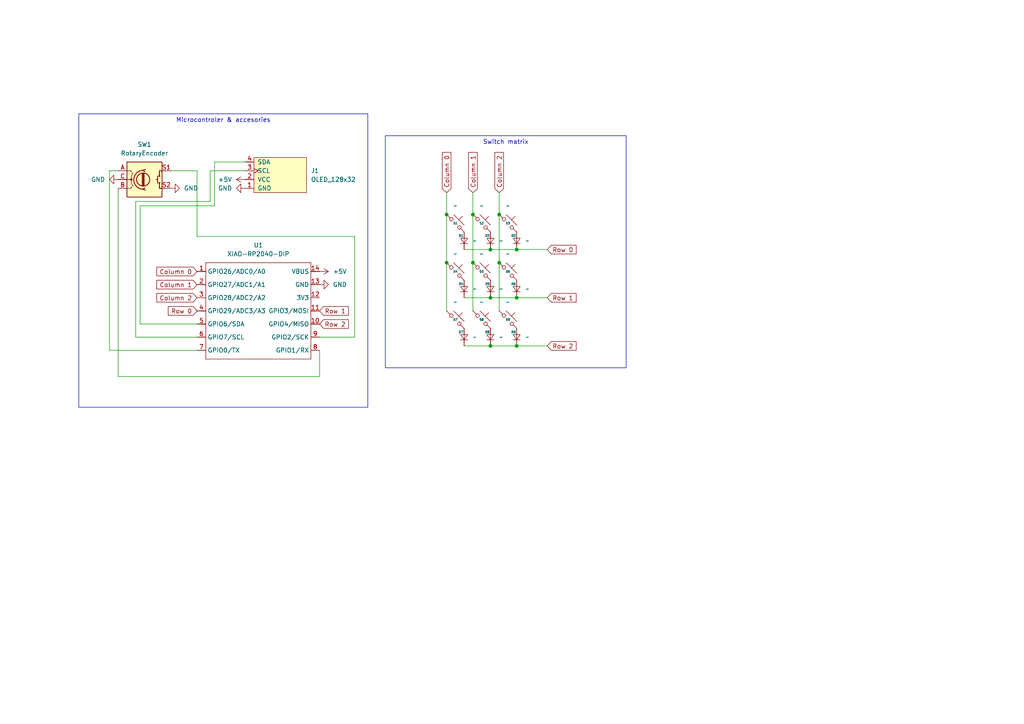
<source format=kicad_sch>
(kicad_sch
	(version 20250114)
	(generator "eeschema")
	(generator_version "9.0")
	(uuid "ecc8202c-5133-49f7-8560-d4f10ec807a2")
	(paper "A4")
	(lib_symbols
		(symbol "Device:RotaryEncoder_Switch"
			(pin_names
				(offset 0.254)
				(hide yes)
			)
			(exclude_from_sim no)
			(in_bom yes)
			(on_board yes)
			(property "Reference" "SW"
				(at 0 6.604 0)
				(effects
					(font
						(size 1.27 1.27)
					)
				)
			)
			(property "Value" "RotaryEncoder_Switch"
				(at 0 -6.604 0)
				(effects
					(font
						(size 1.27 1.27)
					)
				)
			)
			(property "Footprint" ""
				(at -3.81 4.064 0)
				(effects
					(font
						(size 1.27 1.27)
					)
					(hide yes)
				)
			)
			(property "Datasheet" "~"
				(at 0 6.604 0)
				(effects
					(font
						(size 1.27 1.27)
					)
					(hide yes)
				)
			)
			(property "Description" "Rotary encoder, dual channel, incremental quadrate outputs, with switch"
				(at 0 0 0)
				(effects
					(font
						(size 1.27 1.27)
					)
					(hide yes)
				)
			)
			(property "ki_keywords" "rotary switch encoder switch push button"
				(at 0 0 0)
				(effects
					(font
						(size 1.27 1.27)
					)
					(hide yes)
				)
			)
			(property "ki_fp_filters" "RotaryEncoder*Switch*"
				(at 0 0 0)
				(effects
					(font
						(size 1.27 1.27)
					)
					(hide yes)
				)
			)
			(symbol "RotaryEncoder_Switch_0_1"
				(rectangle
					(start -5.08 5.08)
					(end 5.08 -5.08)
					(stroke
						(width 0.254)
						(type default)
					)
					(fill
						(type background)
					)
				)
				(polyline
					(pts
						(xy -5.08 2.54) (xy -3.81 2.54) (xy -3.81 2.032)
					)
					(stroke
						(width 0)
						(type default)
					)
					(fill
						(type none)
					)
				)
				(polyline
					(pts
						(xy -5.08 0) (xy -3.81 0) (xy -3.81 -1.016) (xy -3.302 -2.032)
					)
					(stroke
						(width 0)
						(type default)
					)
					(fill
						(type none)
					)
				)
				(polyline
					(pts
						(xy -5.08 -2.54) (xy -3.81 -2.54) (xy -3.81 -2.032)
					)
					(stroke
						(width 0)
						(type default)
					)
					(fill
						(type none)
					)
				)
				(polyline
					(pts
						(xy -4.318 0) (xy -3.81 0) (xy -3.81 1.016) (xy -3.302 2.032)
					)
					(stroke
						(width 0)
						(type default)
					)
					(fill
						(type none)
					)
				)
				(circle
					(center -3.81 0)
					(radius 0.254)
					(stroke
						(width 0)
						(type default)
					)
					(fill
						(type outline)
					)
				)
				(polyline
					(pts
						(xy -0.635 -1.778) (xy -0.635 1.778)
					)
					(stroke
						(width 0.254)
						(type default)
					)
					(fill
						(type none)
					)
				)
				(circle
					(center -0.381 0)
					(radius 1.905)
					(stroke
						(width 0.254)
						(type default)
					)
					(fill
						(type none)
					)
				)
				(polyline
					(pts
						(xy -0.381 -1.778) (xy -0.381 1.778)
					)
					(stroke
						(width 0.254)
						(type default)
					)
					(fill
						(type none)
					)
				)
				(arc
					(start -0.381 -2.794)
					(mid -3.0988 -0.0635)
					(end -0.381 2.667)
					(stroke
						(width 0.254)
						(type default)
					)
					(fill
						(type none)
					)
				)
				(polyline
					(pts
						(xy -0.127 1.778) (xy -0.127 -1.778)
					)
					(stroke
						(width 0.254)
						(type default)
					)
					(fill
						(type none)
					)
				)
				(polyline
					(pts
						(xy 0.254 2.921) (xy -0.508 2.667) (xy 0.127 2.286)
					)
					(stroke
						(width 0.254)
						(type default)
					)
					(fill
						(type none)
					)
				)
				(polyline
					(pts
						(xy 0.254 -3.048) (xy -0.508 -2.794) (xy 0.127 -2.413)
					)
					(stroke
						(width 0.254)
						(type default)
					)
					(fill
						(type none)
					)
				)
				(polyline
					(pts
						(xy 3.81 1.016) (xy 3.81 -1.016)
					)
					(stroke
						(width 0.254)
						(type default)
					)
					(fill
						(type none)
					)
				)
				(polyline
					(pts
						(xy 3.81 0) (xy 3.429 0)
					)
					(stroke
						(width 0.254)
						(type default)
					)
					(fill
						(type none)
					)
				)
				(circle
					(center 4.318 1.016)
					(radius 0.127)
					(stroke
						(width 0.254)
						(type default)
					)
					(fill
						(type none)
					)
				)
				(circle
					(center 4.318 -1.016)
					(radius 0.127)
					(stroke
						(width 0.254)
						(type default)
					)
					(fill
						(type none)
					)
				)
				(polyline
					(pts
						(xy 5.08 2.54) (xy 4.318 2.54) (xy 4.318 1.016)
					)
					(stroke
						(width 0.254)
						(type default)
					)
					(fill
						(type none)
					)
				)
				(polyline
					(pts
						(xy 5.08 -2.54) (xy 4.318 -2.54) (xy 4.318 -1.016)
					)
					(stroke
						(width 0.254)
						(type default)
					)
					(fill
						(type none)
					)
				)
			)
			(symbol "RotaryEncoder_Switch_1_1"
				(pin passive line
					(at -7.62 2.54 0)
					(length 2.54)
					(name "A"
						(effects
							(font
								(size 1.27 1.27)
							)
						)
					)
					(number "A"
						(effects
							(font
								(size 1.27 1.27)
							)
						)
					)
				)
				(pin passive line
					(at -7.62 0 0)
					(length 2.54)
					(name "C"
						(effects
							(font
								(size 1.27 1.27)
							)
						)
					)
					(number "C"
						(effects
							(font
								(size 1.27 1.27)
							)
						)
					)
				)
				(pin passive line
					(at -7.62 -2.54 0)
					(length 2.54)
					(name "B"
						(effects
							(font
								(size 1.27 1.27)
							)
						)
					)
					(number "B"
						(effects
							(font
								(size 1.27 1.27)
							)
						)
					)
				)
				(pin passive line
					(at 7.62 2.54 180)
					(length 2.54)
					(name "S1"
						(effects
							(font
								(size 1.27 1.27)
							)
						)
					)
					(number "S1"
						(effects
							(font
								(size 1.27 1.27)
							)
						)
					)
				)
				(pin passive line
					(at 7.62 -2.54 180)
					(length 2.54)
					(name "S2"
						(effects
							(font
								(size 1.27 1.27)
							)
						)
					)
					(number "S2"
						(effects
							(font
								(size 1.27 1.27)
							)
						)
					)
				)
			)
			(embedded_fonts no)
		)
		(symbol "OPL Library:XIAO-RP2040-DIP"
			(exclude_from_sim no)
			(in_bom yes)
			(on_board yes)
			(property "Reference" "U"
				(at 0 0 0)
				(effects
					(font
						(size 1.27 1.27)
					)
				)
			)
			(property "Value" "XIAO-RP2040-DIP"
				(at 5.334 -1.778 0)
				(effects
					(font
						(size 1.27 1.27)
					)
				)
			)
			(property "Footprint" "Module:MOUDLE14P-XIAO-DIP-SMD"
				(at 14.478 -32.258 0)
				(effects
					(font
						(size 1.27 1.27)
					)
					(hide yes)
				)
			)
			(property "Datasheet" ""
				(at 0 0 0)
				(effects
					(font
						(size 1.27 1.27)
					)
					(hide yes)
				)
			)
			(property "Description" ""
				(at 0 0 0)
				(effects
					(font
						(size 1.27 1.27)
					)
					(hide yes)
				)
			)
			(symbol "XIAO-RP2040-DIP_1_0"
				(polyline
					(pts
						(xy -1.27 -2.54) (xy 29.21 -2.54)
					)
					(stroke
						(width 0.1524)
						(type solid)
					)
					(fill
						(type none)
					)
				)
				(polyline
					(pts
						(xy -1.27 -5.08) (xy -2.54 -5.08)
					)
					(stroke
						(width 0.1524)
						(type solid)
					)
					(fill
						(type none)
					)
				)
				(polyline
					(pts
						(xy -1.27 -5.08) (xy -1.27 -2.54)
					)
					(stroke
						(width 0.1524)
						(type solid)
					)
					(fill
						(type none)
					)
				)
				(polyline
					(pts
						(xy -1.27 -8.89) (xy -2.54 -8.89)
					)
					(stroke
						(width 0.1524)
						(type solid)
					)
					(fill
						(type none)
					)
				)
				(polyline
					(pts
						(xy -1.27 -8.89) (xy -1.27 -5.08)
					)
					(stroke
						(width 0.1524)
						(type solid)
					)
					(fill
						(type none)
					)
				)
				(polyline
					(pts
						(xy -1.27 -12.7) (xy -2.54 -12.7)
					)
					(stroke
						(width 0.1524)
						(type solid)
					)
					(fill
						(type none)
					)
				)
				(polyline
					(pts
						(xy -1.27 -12.7) (xy -1.27 -8.89)
					)
					(stroke
						(width 0.1524)
						(type solid)
					)
					(fill
						(type none)
					)
				)
				(polyline
					(pts
						(xy -1.27 -16.51) (xy -2.54 -16.51)
					)
					(stroke
						(width 0.1524)
						(type solid)
					)
					(fill
						(type none)
					)
				)
				(polyline
					(pts
						(xy -1.27 -16.51) (xy -1.27 -12.7)
					)
					(stroke
						(width 0.1524)
						(type solid)
					)
					(fill
						(type none)
					)
				)
				(polyline
					(pts
						(xy -1.27 -20.32) (xy -2.54 -20.32)
					)
					(stroke
						(width 0.1524)
						(type solid)
					)
					(fill
						(type none)
					)
				)
				(polyline
					(pts
						(xy -1.27 -24.13) (xy -2.54 -24.13)
					)
					(stroke
						(width 0.1524)
						(type solid)
					)
					(fill
						(type none)
					)
				)
				(polyline
					(pts
						(xy -1.27 -27.94) (xy -2.54 -27.94)
					)
					(stroke
						(width 0.1524)
						(type solid)
					)
					(fill
						(type none)
					)
				)
				(polyline
					(pts
						(xy -1.27 -30.48) (xy -1.27 -16.51)
					)
					(stroke
						(width 0.1524)
						(type solid)
					)
					(fill
						(type none)
					)
				)
				(polyline
					(pts
						(xy 29.21 -2.54) (xy 29.21 -5.08)
					)
					(stroke
						(width 0.1524)
						(type solid)
					)
					(fill
						(type none)
					)
				)
				(polyline
					(pts
						(xy 29.21 -5.08) (xy 29.21 -8.89)
					)
					(stroke
						(width 0.1524)
						(type solid)
					)
					(fill
						(type none)
					)
				)
				(polyline
					(pts
						(xy 29.21 -8.89) (xy 29.21 -12.7)
					)
					(stroke
						(width 0.1524)
						(type solid)
					)
					(fill
						(type none)
					)
				)
				(polyline
					(pts
						(xy 29.21 -12.7) (xy 29.21 -30.48)
					)
					(stroke
						(width 0.1524)
						(type solid)
					)
					(fill
						(type none)
					)
				)
				(polyline
					(pts
						(xy 29.21 -30.48) (xy -1.27 -30.48)
					)
					(stroke
						(width 0.1524)
						(type solid)
					)
					(fill
						(type none)
					)
				)
				(polyline
					(pts
						(xy 30.48 -5.08) (xy 29.21 -5.08)
					)
					(stroke
						(width 0.1524)
						(type solid)
					)
					(fill
						(type none)
					)
				)
				(polyline
					(pts
						(xy 30.48 -8.89) (xy 29.21 -8.89)
					)
					(stroke
						(width 0.1524)
						(type solid)
					)
					(fill
						(type none)
					)
				)
				(polyline
					(pts
						(xy 30.48 -12.7) (xy 29.21 -12.7)
					)
					(stroke
						(width 0.1524)
						(type solid)
					)
					(fill
						(type none)
					)
				)
				(polyline
					(pts
						(xy 30.48 -16.51) (xy 29.21 -16.51)
					)
					(stroke
						(width 0.1524)
						(type solid)
					)
					(fill
						(type none)
					)
				)
				(polyline
					(pts
						(xy 30.48 -20.32) (xy 29.21 -20.32)
					)
					(stroke
						(width 0.1524)
						(type solid)
					)
					(fill
						(type none)
					)
				)
				(polyline
					(pts
						(xy 30.48 -24.13) (xy 29.21 -24.13)
					)
					(stroke
						(width 0.1524)
						(type solid)
					)
					(fill
						(type none)
					)
				)
				(polyline
					(pts
						(xy 30.48 -27.94) (xy 29.21 -27.94)
					)
					(stroke
						(width 0.1524)
						(type solid)
					)
					(fill
						(type none)
					)
				)
				(pin passive line
					(at -3.81 -5.08 0)
					(length 2.54)
					(name "GPIO26/ADC0/A0"
						(effects
							(font
								(size 1.27 1.27)
							)
						)
					)
					(number "1"
						(effects
							(font
								(size 1.27 1.27)
							)
						)
					)
				)
				(pin passive line
					(at -3.81 -8.89 0)
					(length 2.54)
					(name "GPIO27/ADC1/A1"
						(effects
							(font
								(size 1.27 1.27)
							)
						)
					)
					(number "2"
						(effects
							(font
								(size 1.27 1.27)
							)
						)
					)
				)
				(pin passive line
					(at -3.81 -12.7 0)
					(length 2.54)
					(name "GPIO28/ADC2/A2"
						(effects
							(font
								(size 1.27 1.27)
							)
						)
					)
					(number "3"
						(effects
							(font
								(size 1.27 1.27)
							)
						)
					)
				)
				(pin passive line
					(at -3.81 -16.51 0)
					(length 2.54)
					(name "GPIO29/ADC3/A3"
						(effects
							(font
								(size 1.27 1.27)
							)
						)
					)
					(number "4"
						(effects
							(font
								(size 1.27 1.27)
							)
						)
					)
				)
				(pin passive line
					(at -3.81 -20.32 0)
					(length 2.54)
					(name "GPIO6/SDA"
						(effects
							(font
								(size 1.27 1.27)
							)
						)
					)
					(number "5"
						(effects
							(font
								(size 1.27 1.27)
							)
						)
					)
				)
				(pin passive line
					(at -3.81 -24.13 0)
					(length 2.54)
					(name "GPIO7/SCL"
						(effects
							(font
								(size 1.27 1.27)
							)
						)
					)
					(number "6"
						(effects
							(font
								(size 1.27 1.27)
							)
						)
					)
				)
				(pin passive line
					(at -3.81 -27.94 0)
					(length 2.54)
					(name "GPIO0/TX"
						(effects
							(font
								(size 1.27 1.27)
							)
						)
					)
					(number "7"
						(effects
							(font
								(size 1.27 1.27)
							)
						)
					)
				)
				(pin passive line
					(at 31.75 -5.08 180)
					(length 2.54)
					(name "VBUS"
						(effects
							(font
								(size 1.27 1.27)
							)
						)
					)
					(number "14"
						(effects
							(font
								(size 1.27 1.27)
							)
						)
					)
				)
				(pin passive line
					(at 31.75 -8.89 180)
					(length 2.54)
					(name "GND"
						(effects
							(font
								(size 1.27 1.27)
							)
						)
					)
					(number "13"
						(effects
							(font
								(size 1.27 1.27)
							)
						)
					)
				)
				(pin passive line
					(at 31.75 -12.7 180)
					(length 2.54)
					(name "3V3"
						(effects
							(font
								(size 1.27 1.27)
							)
						)
					)
					(number "12"
						(effects
							(font
								(size 1.27 1.27)
							)
						)
					)
				)
				(pin passive line
					(at 31.75 -16.51 180)
					(length 2.54)
					(name "GPIO3/MOSI"
						(effects
							(font
								(size 1.27 1.27)
							)
						)
					)
					(number "11"
						(effects
							(font
								(size 1.27 1.27)
							)
						)
					)
				)
				(pin passive line
					(at 31.75 -20.32 180)
					(length 2.54)
					(name "GPIO4/MISO"
						(effects
							(font
								(size 1.27 1.27)
							)
						)
					)
					(number "10"
						(effects
							(font
								(size 1.27 1.27)
							)
						)
					)
				)
				(pin passive line
					(at 31.75 -24.13 180)
					(length 2.54)
					(name "GPIO2/SCK"
						(effects
							(font
								(size 1.27 1.27)
							)
						)
					)
					(number "9"
						(effects
							(font
								(size 1.27 1.27)
							)
						)
					)
				)
				(pin passive line
					(at 31.75 -27.94 180)
					(length 2.54)
					(name "GPIO1/RX"
						(effects
							(font
								(size 1.27 1.27)
							)
						)
					)
					(number "8"
						(effects
							(font
								(size 1.27 1.27)
							)
						)
					)
				)
			)
			(embedded_fonts no)
		)
		(symbol "ScottoKeebs:OLED_128x32"
			(pin_names
				(offset 1.016)
			)
			(exclude_from_sim no)
			(in_bom yes)
			(on_board yes)
			(property "Reference" "J"
				(at 0 -6.35 0)
				(effects
					(font
						(size 1.27 1.27)
					)
				)
			)
			(property "Value" "OLED_128x32"
				(at 0 6.35 0)
				(effects
					(font
						(size 1.27 1.27)
					)
				)
			)
			(property "Footprint" "ScottoKeebs_Components:OLED_128x32"
				(at 0 8.89 0)
				(effects
					(font
						(size 1.27 1.27)
					)
					(hide yes)
				)
			)
			(property "Datasheet" ""
				(at 0 1.27 0)
				(effects
					(font
						(size 1.27 1.27)
					)
					(hide yes)
				)
			)
			(property "Description" ""
				(at 0 0 0)
				(effects
					(font
						(size 1.27 1.27)
					)
					(hide yes)
				)
			)
			(symbol "OLED_128x32_0_1"
				(rectangle
					(start 0 5.08)
					(end 15.24 -5.08)
					(stroke
						(width 0)
						(type default)
					)
					(fill
						(type background)
					)
				)
			)
			(symbol "OLED_128x32_1_1"
				(pin bidirectional line
					(at -2.54 3.81 0)
					(length 2.54)
					(name "SDA"
						(effects
							(font
								(size 1.27 1.27)
							)
						)
					)
					(number "4"
						(effects
							(font
								(size 1.27 1.27)
							)
						)
					)
				)
				(pin input clock
					(at -2.54 1.27 0)
					(length 2.54)
					(name "SCL"
						(effects
							(font
								(size 1.27 1.27)
							)
						)
					)
					(number "3"
						(effects
							(font
								(size 1.27 1.27)
							)
						)
					)
				)
				(pin power_in line
					(at -2.54 -1.27 0)
					(length 2.54)
					(name "VCC"
						(effects
							(font
								(size 1.27 1.27)
							)
						)
					)
					(number "2"
						(effects
							(font
								(size 1.27 1.27)
							)
						)
					)
				)
				(pin power_in line
					(at -2.54 -3.81 0)
					(length 2.54)
					(name "GND"
						(effects
							(font
								(size 1.27 1.27)
							)
						)
					)
					(number "1"
						(effects
							(font
								(size 1.27 1.27)
							)
						)
					)
				)
			)
			(embedded_fonts no)
		)
		(symbol "ScottoKeebs:Placeholder_Diode"
			(pin_numbers
				(hide yes)
			)
			(pin_names
				(hide yes)
			)
			(exclude_from_sim no)
			(in_bom yes)
			(on_board yes)
			(property "Reference" "D"
				(at -0.15 1.066 0)
				(do_not_autoplace)
				(effects
					(font
						(size 0.635 0.635)
						(thickness 0.127)
						(bold yes)
					)
					(justify right bottom)
				)
			)
			(property "Value" ""
				(at 2.54 0 90)
				(effects
					(font
						(size 1.27 1.27)
					)
				)
			)
			(property "Footprint" ""
				(at 0 0 90)
				(effects
					(font
						(size 1.27 1.27)
					)
					(hide yes)
				)
			)
			(property "Datasheet" ""
				(at 0 0 90)
				(effects
					(font
						(size 1.27 1.27)
					)
					(hide yes)
				)
			)
			(property "Description" ""
				(at 3.81 0 90)
				(effects
					(font
						(size 1.27 1.27)
					)
					(hide yes)
				)
			)
			(property "ki_keywords" "diode"
				(at 0 0 0)
				(effects
					(font
						(size 1.27 1.27)
					)
					(hide yes)
				)
			)
			(property "ki_fp_filters" "D*DO?35*"
				(at 0 0 0)
				(effects
					(font
						(size 1.27 1.27)
					)
					(hide yes)
				)
			)
			(symbol "Placeholder_Diode_0_1"
				(polyline
					(pts
						(xy 0 -0.762) (xy 0 0.762)
					)
					(stroke
						(width 0)
						(type default)
					)
					(fill
						(type none)
					)
				)
			)
			(symbol "Placeholder_Diode_1_1"
				(polyline
					(pts
						(xy 1.016 0.762) (xy 0 -0.762) (xy -1.016 0.762) (xy 1.016 0.762)
					)
					(stroke
						(width 0.1524)
						(type default)
					)
					(fill
						(type none)
					)
				)
				(polyline
					(pts
						(xy 1.016 -0.762) (xy -1.016 -0.762)
					)
					(stroke
						(width 0.1524)
						(type default)
					)
					(fill
						(type none)
					)
				)
				(pin passive line
					(at 0 2.54 270)
					(length 1.778)
					(name "A"
						(effects
							(font
								(size 1.27 1.27)
							)
						)
					)
					(number "2"
						(effects
							(font
								(size 1.27 1.27)
							)
						)
					)
				)
				(pin passive line
					(at 0 -2.54 90)
					(length 1.778)
					(name "K"
						(effects
							(font
								(size 1.27 1.27)
							)
						)
					)
					(number "1"
						(effects
							(font
								(size 1.27 1.27)
							)
						)
					)
				)
			)
			(embedded_fonts no)
		)
		(symbol "ScottoKeebs:Placeholder_Keyswitch"
			(pin_numbers
				(hide yes)
			)
			(pin_names
				(offset 1.016)
				(hide yes)
			)
			(exclude_from_sim no)
			(in_bom yes)
			(on_board yes)
			(property "Reference" "S"
				(at 0 0 0)
				(do_not_autoplace)
				(effects
					(font
						(size 0.635 0.635)
						(thickness 0.127)
						(bold yes)
					)
				)
			)
			(property "Value" ""
				(at 0 -3.81 0)
				(effects
					(font
						(size 1.27 1.27)
					)
				)
			)
			(property "Footprint" ""
				(at 0 0 0)
				(effects
					(font
						(size 1.27 1.27)
					)
					(hide yes)
				)
			)
			(property "Datasheet" ""
				(at -2.54 -1.778 0)
				(effects
					(font
						(size 1.27 1.27)
					)
					(hide yes)
				)
			)
			(property "Description" ""
				(at 0 0 0)
				(effects
					(font
						(size 1.27 1.27)
					)
					(hide yes)
				)
			)
			(property "ki_keywords" "switch normally-open pushbutton push-button"
				(at 0 0 0)
				(effects
					(font
						(size 1.27 1.27)
					)
					(hide yes)
				)
			)
			(symbol "Placeholder_Keyswitch_0_1"
				(polyline
					(pts
						(xy -2.54 2.54) (xy -1.524 1.524) (xy -1.524 1.524)
					)
					(stroke
						(width 0)
						(type default)
					)
					(fill
						(type none)
					)
				)
				(circle
					(center -1.1684 1.1684)
					(radius 0.508)
					(stroke
						(width 0)
						(type default)
					)
					(fill
						(type none)
					)
				)
				(polyline
					(pts
						(xy -0.508 2.54) (xy 2.54 -0.508)
					)
					(stroke
						(width 0)
						(type default)
					)
					(fill
						(type none)
					)
				)
				(polyline
					(pts
						(xy 1.016 1.016) (xy 2.032 2.032)
					)
					(stroke
						(width 0)
						(type default)
					)
					(fill
						(type none)
					)
				)
				(circle
					(center 1.143 -1.1938)
					(radius 0.508)
					(stroke
						(width 0)
						(type default)
					)
					(fill
						(type none)
					)
				)
				(polyline
					(pts
						(xy 1.524 -1.524) (xy 2.54 -2.54) (xy 2.54 -2.54) (xy 2.54 -2.54)
					)
					(stroke
						(width 0)
						(type default)
					)
					(fill
						(type none)
					)
				)
				(pin passive line
					(at -2.54 2.54 0)
					(length 0)
					(name "1"
						(effects
							(font
								(size 1.27 1.27)
							)
						)
					)
					(number "1"
						(effects
							(font
								(size 1.27 1.27)
							)
						)
					)
				)
				(pin passive line
					(at 2.54 -2.54 180)
					(length 0)
					(name "2"
						(effects
							(font
								(size 1.27 1.27)
							)
						)
					)
					(number "2"
						(effects
							(font
								(size 1.27 1.27)
							)
						)
					)
				)
			)
			(embedded_fonts no)
		)
		(symbol "power:+5V"
			(power)
			(pin_numbers
				(hide yes)
			)
			(pin_names
				(offset 0)
				(hide yes)
			)
			(exclude_from_sim no)
			(in_bom yes)
			(on_board yes)
			(property "Reference" "#PWR"
				(at 0 -3.81 0)
				(effects
					(font
						(size 1.27 1.27)
					)
					(hide yes)
				)
			)
			(property "Value" "+5V"
				(at 0 3.556 0)
				(effects
					(font
						(size 1.27 1.27)
					)
				)
			)
			(property "Footprint" ""
				(at 0 0 0)
				(effects
					(font
						(size 1.27 1.27)
					)
					(hide yes)
				)
			)
			(property "Datasheet" ""
				(at 0 0 0)
				(effects
					(font
						(size 1.27 1.27)
					)
					(hide yes)
				)
			)
			(property "Description" "Power symbol creates a global label with name \"+5V\""
				(at 0 0 0)
				(effects
					(font
						(size 1.27 1.27)
					)
					(hide yes)
				)
			)
			(property "ki_keywords" "global power"
				(at 0 0 0)
				(effects
					(font
						(size 1.27 1.27)
					)
					(hide yes)
				)
			)
			(symbol "+5V_0_1"
				(polyline
					(pts
						(xy -0.762 1.27) (xy 0 2.54)
					)
					(stroke
						(width 0)
						(type default)
					)
					(fill
						(type none)
					)
				)
				(polyline
					(pts
						(xy 0 2.54) (xy 0.762 1.27)
					)
					(stroke
						(width 0)
						(type default)
					)
					(fill
						(type none)
					)
				)
				(polyline
					(pts
						(xy 0 0) (xy 0 2.54)
					)
					(stroke
						(width 0)
						(type default)
					)
					(fill
						(type none)
					)
				)
			)
			(symbol "+5V_1_1"
				(pin power_in line
					(at 0 0 90)
					(length 0)
					(name "~"
						(effects
							(font
								(size 1.27 1.27)
							)
						)
					)
					(number "1"
						(effects
							(font
								(size 1.27 1.27)
							)
						)
					)
				)
			)
			(embedded_fonts no)
		)
		(symbol "power:GND"
			(power)
			(pin_numbers
				(hide yes)
			)
			(pin_names
				(offset 0)
				(hide yes)
			)
			(exclude_from_sim no)
			(in_bom yes)
			(on_board yes)
			(property "Reference" "#PWR"
				(at 0 -6.35 0)
				(effects
					(font
						(size 1.27 1.27)
					)
					(hide yes)
				)
			)
			(property "Value" "GND"
				(at 0 -3.81 0)
				(effects
					(font
						(size 1.27 1.27)
					)
				)
			)
			(property "Footprint" ""
				(at 0 0 0)
				(effects
					(font
						(size 1.27 1.27)
					)
					(hide yes)
				)
			)
			(property "Datasheet" ""
				(at 0 0 0)
				(effects
					(font
						(size 1.27 1.27)
					)
					(hide yes)
				)
			)
			(property "Description" "Power symbol creates a global label with name \"GND\" , ground"
				(at 0 0 0)
				(effects
					(font
						(size 1.27 1.27)
					)
					(hide yes)
				)
			)
			(property "ki_keywords" "global power"
				(at 0 0 0)
				(effects
					(font
						(size 1.27 1.27)
					)
					(hide yes)
				)
			)
			(symbol "GND_0_1"
				(polyline
					(pts
						(xy 0 0) (xy 0 -1.27) (xy 1.27 -1.27) (xy 0 -2.54) (xy -1.27 -1.27) (xy 0 -1.27)
					)
					(stroke
						(width 0)
						(type default)
					)
					(fill
						(type none)
					)
				)
			)
			(symbol "GND_1_1"
				(pin power_in line
					(at 0 0 270)
					(length 0)
					(name "~"
						(effects
							(font
								(size 1.27 1.27)
							)
						)
					)
					(number "1"
						(effects
							(font
								(size 1.27 1.27)
							)
						)
					)
				)
			)
			(embedded_fonts no)
		)
	)
	(text_box "Switch matrix\n"
		(exclude_from_sim no)
		(at 111.76 39.37 0)
		(size 69.85 67.31)
		(margins 0.9525 0.9525 0.9525 0.9525)
		(stroke
			(width 0)
			(type solid)
		)
		(fill
			(type none)
		)
		(effects
			(font
				(size 1.27 1.27)
			)
			(justify top)
		)
		(uuid "90a1dae6-4539-40bd-84ff-928fdae2c7ab")
	)
	(text_box "Microcontroler & accesories"
		(exclude_from_sim no)
		(at 22.86 33.02 0)
		(size 83.82 85.09)
		(margins 0.9525 0.9525 0.9525 0.9525)
		(stroke
			(width 0)
			(type solid)
		)
		(fill
			(type none)
		)
		(effects
			(font
				(size 1.27 1.27)
			)
			(justify top)
		)
		(uuid "f0c0d487-35dc-4c77-8368-461874122cde")
	)
	(junction
		(at 142.24 72.39)
		(diameter 0)
		(color 0 0 0 0)
		(uuid "08a426de-7b43-48b1-be75-337554dc7e3f")
	)
	(junction
		(at 129.54 62.23)
		(diameter 0)
		(color 0 0 0 0)
		(uuid "0c59c4e6-f7e7-4897-b4e0-934f70652dce")
	)
	(junction
		(at 149.86 86.36)
		(diameter 0)
		(color 0 0 0 0)
		(uuid "310f4328-f0d4-4da2-9dec-e399b8f6944a")
	)
	(junction
		(at 142.24 86.36)
		(diameter 0)
		(color 0 0 0 0)
		(uuid "4884190c-8a8a-47a1-9ecf-2dbb860b6bb6")
	)
	(junction
		(at 142.24 100.33)
		(diameter 0)
		(color 0 0 0 0)
		(uuid "57c51c61-4b4c-4b6e-b9f6-23f2d24bacf9")
	)
	(junction
		(at 144.78 62.23)
		(diameter 0)
		(color 0 0 0 0)
		(uuid "65c531cf-6096-4463-8772-05ef410a7974")
	)
	(junction
		(at 149.86 100.33)
		(diameter 0)
		(color 0 0 0 0)
		(uuid "676346e8-3369-4097-ae8d-0e933e67dbc7")
	)
	(junction
		(at 144.78 76.2)
		(diameter 0)
		(color 0 0 0 0)
		(uuid "6d972a0f-1a70-4261-ae39-4492b043606a")
	)
	(junction
		(at 137.16 76.2)
		(diameter 0)
		(color 0 0 0 0)
		(uuid "a04c5d52-9195-4f16-9124-9f0934f7e149")
	)
	(junction
		(at 129.54 76.2)
		(diameter 0)
		(color 0 0 0 0)
		(uuid "a94891ce-9d29-4674-845c-3e7e3ba71f00")
	)
	(junction
		(at 137.16 62.23)
		(diameter 0)
		(color 0 0 0 0)
		(uuid "c2d5b927-1e7a-4441-9b30-b42f719a323e")
	)
	(junction
		(at 149.86 72.39)
		(diameter 0)
		(color 0 0 0 0)
		(uuid "c8897083-f66f-4794-9019-32d4acf2439b")
	)
	(wire
		(pts
			(xy 40.64 93.98) (xy 40.64 59.69)
		)
		(stroke
			(width 0)
			(type default)
		)
		(uuid "118d82d7-0c3f-4da0-b535-2e87c4c2754a")
	)
	(wire
		(pts
			(xy 92.71 109.22) (xy 92.71 101.6)
		)
		(stroke
			(width 0)
			(type default)
		)
		(uuid "17a4aa30-7d66-420b-b777-79bfe1e4928f")
	)
	(wire
		(pts
			(xy 39.37 58.42) (xy 60.96 58.42)
		)
		(stroke
			(width 0)
			(type default)
		)
		(uuid "28c8d502-2178-4299-b8ca-9e82cb830932")
	)
	(wire
		(pts
			(xy 57.15 93.98) (xy 40.64 93.98)
		)
		(stroke
			(width 0)
			(type default)
		)
		(uuid "2a1c1ccf-c176-4ad1-85b8-ab48d28d4bbb")
	)
	(wire
		(pts
			(xy 57.15 49.53) (xy 57.15 68.58)
		)
		(stroke
			(width 0)
			(type default)
		)
		(uuid "342637a9-d79b-40ae-aa1f-26e37142606b")
	)
	(wire
		(pts
			(xy 62.23 59.69) (xy 62.23 46.99)
		)
		(stroke
			(width 0)
			(type default)
		)
		(uuid "35eb404d-c827-4a7e-9b1a-7208902483eb")
	)
	(wire
		(pts
			(xy 60.96 49.53) (xy 71.12 49.53)
		)
		(stroke
			(width 0)
			(type default)
		)
		(uuid "3b86372b-8261-4a2a-82ec-93945695995e")
	)
	(wire
		(pts
			(xy 102.87 68.58) (xy 102.87 97.79)
		)
		(stroke
			(width 0)
			(type default)
		)
		(uuid "45aa6af3-7428-4dd2-892b-712c4a9fa4aa")
	)
	(wire
		(pts
			(xy 142.24 100.33) (xy 149.86 100.33)
		)
		(stroke
			(width 0)
			(type default)
		)
		(uuid "492f7f34-8608-42d7-bc9b-1e7e9ea4c1c7")
	)
	(wire
		(pts
			(xy 57.15 68.58) (xy 102.87 68.58)
		)
		(stroke
			(width 0)
			(type default)
		)
		(uuid "5a0c7616-e595-4347-b786-eea034430b36")
	)
	(wire
		(pts
			(xy 142.24 86.36) (xy 149.86 86.36)
		)
		(stroke
			(width 0)
			(type default)
		)
		(uuid "64c80596-1385-4217-b7e5-dd9416ce1aa5")
	)
	(wire
		(pts
			(xy 149.86 72.39) (xy 158.75 72.39)
		)
		(stroke
			(width 0)
			(type default)
		)
		(uuid "74d557a9-aad3-4b0b-badf-b1c4ab66fd69")
	)
	(wire
		(pts
			(xy 49.53 49.53) (xy 57.15 49.53)
		)
		(stroke
			(width 0)
			(type default)
		)
		(uuid "7c17e972-8b60-476b-9556-e8f6096a9ff4")
	)
	(wire
		(pts
			(xy 102.87 97.79) (xy 92.71 97.79)
		)
		(stroke
			(width 0)
			(type default)
		)
		(uuid "8514bc61-ebbf-4e71-aed3-94fa9dd6b67f")
	)
	(wire
		(pts
			(xy 129.54 76.2) (xy 129.54 90.17)
		)
		(stroke
			(width 0)
			(type default)
		)
		(uuid "8f151e1a-12f6-4523-aaf1-c5d0655c1c5c")
	)
	(wire
		(pts
			(xy 134.62 100.33) (xy 142.24 100.33)
		)
		(stroke
			(width 0)
			(type default)
		)
		(uuid "8f260351-8014-4d8f-a8ab-c31f91cdd52f")
	)
	(wire
		(pts
			(xy 31.75 49.53) (xy 34.29 49.53)
		)
		(stroke
			(width 0)
			(type default)
		)
		(uuid "973b640a-163c-4acb-9ffc-ba9a9a9cdfbb")
	)
	(wire
		(pts
			(xy 144.78 55.88) (xy 144.78 62.23)
		)
		(stroke
			(width 0)
			(type default)
		)
		(uuid "9de82b15-aadc-49cb-922e-e84fe512b1d8")
	)
	(wire
		(pts
			(xy 31.75 49.53) (xy 31.75 101.6)
		)
		(stroke
			(width 0)
			(type default)
		)
		(uuid "a3318c57-861f-4e3e-83fd-36831e6143ef")
	)
	(wire
		(pts
			(xy 134.62 72.39) (xy 142.24 72.39)
		)
		(stroke
			(width 0)
			(type default)
		)
		(uuid "a7b19a2b-8f7f-4246-b314-e560607e2eb1")
	)
	(wire
		(pts
			(xy 62.23 46.99) (xy 71.12 46.99)
		)
		(stroke
			(width 0)
			(type default)
		)
		(uuid "ad710164-2f8a-4afc-9f32-bf83c666243a")
	)
	(wire
		(pts
			(xy 142.24 72.39) (xy 149.86 72.39)
		)
		(stroke
			(width 0)
			(type default)
		)
		(uuid "b075c499-1036-4410-a09a-2356b5cfd69e")
	)
	(wire
		(pts
			(xy 149.86 86.36) (xy 158.75 86.36)
		)
		(stroke
			(width 0)
			(type default)
		)
		(uuid "b2170ff7-2163-42fe-948e-45a89e831885")
	)
	(wire
		(pts
			(xy 144.78 62.23) (xy 144.78 76.2)
		)
		(stroke
			(width 0)
			(type default)
		)
		(uuid "b31d3614-5c80-4f24-8c05-bfee464b44ba")
	)
	(wire
		(pts
			(xy 137.16 76.2) (xy 137.16 90.17)
		)
		(stroke
			(width 0)
			(type default)
		)
		(uuid "b95df5d5-047f-41f7-8302-0a8de836c966")
	)
	(wire
		(pts
			(xy 34.29 54.61) (xy 34.29 109.22)
		)
		(stroke
			(width 0)
			(type default)
		)
		(uuid "be62a5b4-2fcd-4ada-9fd3-68813d1335e9")
	)
	(wire
		(pts
			(xy 60.96 58.42) (xy 60.96 49.53)
		)
		(stroke
			(width 0)
			(type default)
		)
		(uuid "bfcab833-8ad3-4e1e-afd0-3451bd2c4593")
	)
	(wire
		(pts
			(xy 129.54 62.23) (xy 129.54 76.2)
		)
		(stroke
			(width 0)
			(type default)
		)
		(uuid "c0061a98-9acd-4a31-ac88-08b7b83e1afe")
	)
	(wire
		(pts
			(xy 39.37 97.79) (xy 39.37 58.42)
		)
		(stroke
			(width 0)
			(type default)
		)
		(uuid "ca0f877e-cc74-4564-bc12-c53b34cc7034")
	)
	(wire
		(pts
			(xy 57.15 97.79) (xy 39.37 97.79)
		)
		(stroke
			(width 0)
			(type default)
		)
		(uuid "cad61e26-f9c1-445a-8d52-6ad410666b57")
	)
	(wire
		(pts
			(xy 144.78 76.2) (xy 144.78 90.17)
		)
		(stroke
			(width 0)
			(type default)
		)
		(uuid "cf2a5f66-5d1c-434d-b8bd-f7df884ce889")
	)
	(wire
		(pts
			(xy 34.29 109.22) (xy 92.71 109.22)
		)
		(stroke
			(width 0)
			(type default)
		)
		(uuid "d19d9670-0c0b-4e4c-9b1f-47471206d0c1")
	)
	(wire
		(pts
			(xy 137.16 55.88) (xy 137.16 62.23)
		)
		(stroke
			(width 0)
			(type default)
		)
		(uuid "d1e71a25-ae30-4cc9-ae38-35b25a7b59ec")
	)
	(wire
		(pts
			(xy 134.62 86.36) (xy 142.24 86.36)
		)
		(stroke
			(width 0)
			(type default)
		)
		(uuid "d51632cc-e816-498d-a952-1ab49227adec")
	)
	(wire
		(pts
			(xy 129.54 55.88) (xy 129.54 62.23)
		)
		(stroke
			(width 0)
			(type default)
		)
		(uuid "d5c765f2-6916-4310-a883-f08c5423d6d3")
	)
	(wire
		(pts
			(xy 31.75 101.6) (xy 57.15 101.6)
		)
		(stroke
			(width 0)
			(type default)
		)
		(uuid "d9a8836a-7bb2-4999-b841-47bd0647baec")
	)
	(wire
		(pts
			(xy 149.86 100.33) (xy 158.75 100.33)
		)
		(stroke
			(width 0)
			(type default)
		)
		(uuid "da5f028e-234c-4ed3-b66b-c9a87677f1f0")
	)
	(wire
		(pts
			(xy 40.64 59.69) (xy 62.23 59.69)
		)
		(stroke
			(width 0)
			(type default)
		)
		(uuid "e3b51fb3-822f-46bb-862f-3d76e469f44a")
	)
	(wire
		(pts
			(xy 137.16 62.23) (xy 137.16 76.2)
		)
		(stroke
			(width 0)
			(type default)
		)
		(uuid "fc4db958-5a18-41b2-83d2-07c9a495fdac")
	)
	(global_label "Column 1"
		(shape input)
		(at 57.15 82.55 180)
		(fields_autoplaced yes)
		(effects
			(font
				(size 1.27 1.27)
			)
			(justify right)
		)
		(uuid "01670f7e-e17d-4151-8026-fda39641f64c")
		(property "Intersheetrefs" "${INTERSHEET_REFS}"
			(at 44.9122 82.55 0)
			(effects
				(font
					(size 1.27 1.27)
				)
				(justify right)
				(hide yes)
			)
		)
	)
	(global_label "Row 2"
		(shape input)
		(at 92.71 93.98 0)
		(fields_autoplaced yes)
		(effects
			(font
				(size 1.27 1.27)
			)
			(justify left)
		)
		(uuid "09d665dc-a035-479e-9cbe-57cb3b7693ab")
		(property "Intersheetrefs" "${INTERSHEET_REFS}"
			(at 101.6218 93.98 0)
			(effects
				(font
					(size 1.27 1.27)
				)
				(justify left)
				(hide yes)
			)
		)
	)
	(global_label "Column 2"
		(shape input)
		(at 57.15 86.36 180)
		(fields_autoplaced yes)
		(effects
			(font
				(size 1.27 1.27)
			)
			(justify right)
		)
		(uuid "18ad2bb4-510d-46ca-80e8-ed83f29f1e16")
		(property "Intersheetrefs" "${INTERSHEET_REFS}"
			(at 44.9122 86.36 0)
			(effects
				(font
					(size 1.27 1.27)
				)
				(justify right)
				(hide yes)
			)
		)
	)
	(global_label "Row 0"
		(shape input)
		(at 57.15 90.17 180)
		(fields_autoplaced yes)
		(effects
			(font
				(size 1.27 1.27)
			)
			(justify right)
		)
		(uuid "398c8957-f240-4772-8314-b35c6780321d")
		(property "Intersheetrefs" "${INTERSHEET_REFS}"
			(at 48.2382 90.17 0)
			(effects
				(font
					(size 1.27 1.27)
				)
				(justify right)
				(hide yes)
			)
		)
	)
	(global_label "Column 0"
		(shape input)
		(at 129.54 55.88 90)
		(fields_autoplaced yes)
		(effects
			(font
				(size 1.27 1.27)
			)
			(justify left)
		)
		(uuid "4879a3cb-65fe-46e6-ba10-a07259432b35")
		(property "Intersheetrefs" "${INTERSHEET_REFS}"
			(at 129.54 43.6422 90)
			(effects
				(font
					(size 1.27 1.27)
				)
				(justify left)
				(hide yes)
			)
		)
	)
	(global_label "Row 1"
		(shape input)
		(at 158.75 86.36 0)
		(fields_autoplaced yes)
		(effects
			(font
				(size 1.27 1.27)
			)
			(justify left)
		)
		(uuid "4bde362d-284d-4cc4-a752-3680b47a401b")
		(property "Intersheetrefs" "${INTERSHEET_REFS}"
			(at 167.6618 86.36 0)
			(effects
				(font
					(size 1.27 1.27)
				)
				(justify left)
				(hide yes)
			)
		)
	)
	(global_label "Column 2"
		(shape input)
		(at 144.78 55.88 90)
		(fields_autoplaced yes)
		(effects
			(font
				(size 1.27 1.27)
			)
			(justify left)
		)
		(uuid "8fa34e2f-86a1-4ef2-8111-f27f0434b0da")
		(property "Intersheetrefs" "${INTERSHEET_REFS}"
			(at 144.78 43.6422 90)
			(effects
				(font
					(size 1.27 1.27)
				)
				(justify left)
				(hide yes)
			)
		)
	)
	(global_label "Column 1"
		(shape input)
		(at 137.16 55.88 90)
		(fields_autoplaced yes)
		(effects
			(font
				(size 1.27 1.27)
			)
			(justify left)
		)
		(uuid "ad4b550c-d77e-466e-b736-f03300cb9dc7")
		(property "Intersheetrefs" "${INTERSHEET_REFS}"
			(at 137.16 43.6422 90)
			(effects
				(font
					(size 1.27 1.27)
				)
				(justify left)
				(hide yes)
			)
		)
	)
	(global_label "Row 2"
		(shape input)
		(at 158.75 100.33 0)
		(fields_autoplaced yes)
		(effects
			(font
				(size 1.27 1.27)
			)
			(justify left)
		)
		(uuid "c213b037-8bbc-4ef3-ae5f-f1cb875a1c33")
		(property "Intersheetrefs" "${INTERSHEET_REFS}"
			(at 167.6618 100.33 0)
			(effects
				(font
					(size 1.27 1.27)
				)
				(justify left)
				(hide yes)
			)
		)
	)
	(global_label "Row 1"
		(shape input)
		(at 92.71 90.17 0)
		(fields_autoplaced yes)
		(effects
			(font
				(size 1.27 1.27)
			)
			(justify left)
		)
		(uuid "d171273c-3722-4079-8b5e-541fd26d6fdf")
		(property "Intersheetrefs" "${INTERSHEET_REFS}"
			(at 101.6218 90.17 0)
			(effects
				(font
					(size 1.27 1.27)
				)
				(justify left)
				(hide yes)
			)
		)
	)
	(global_label "Column 0"
		(shape input)
		(at 57.15 78.74 180)
		(fields_autoplaced yes)
		(effects
			(font
				(size 1.27 1.27)
			)
			(justify right)
		)
		(uuid "d1cd9a2f-ba80-4e61-8f7e-a6e574bb99a6")
		(property "Intersheetrefs" "${INTERSHEET_REFS}"
			(at 44.9122 78.74 0)
			(effects
				(font
					(size 1.27 1.27)
				)
				(justify right)
				(hide yes)
			)
		)
	)
	(global_label "Row 0"
		(shape input)
		(at 158.75 72.39 0)
		(fields_autoplaced yes)
		(effects
			(font
				(size 1.27 1.27)
			)
			(justify left)
		)
		(uuid "f75115be-3e06-452d-b98d-a0d7d4407d4d")
		(property "Intersheetrefs" "${INTERSHEET_REFS}"
			(at 167.6618 72.39 0)
			(effects
				(font
					(size 1.27 1.27)
				)
				(justify left)
				(hide yes)
			)
		)
	)
	(symbol
		(lib_id "ScottoKeebs:Placeholder_Diode")
		(at 134.62 83.82 0)
		(unit 1)
		(exclude_from_sim no)
		(in_bom yes)
		(on_board yes)
		(dnp no)
		(fields_autoplaced yes)
		(uuid "09c8e1f5-c6d5-4ad3-ba8f-9c24f0071c84")
		(property "Reference" "D4"
			(at 134.47 82.754 0)
			(do_not_autoplace yes)
			(effects
				(font
					(size 0.635 0.635)
					(thickness 0.127)
					(bold yes)
				)
				(justify right bottom)
			)
		)
		(property "Value" "~"
			(at 137.16 83.8199 0)
			(effects
				(font
					(size 1.27 1.27)
				)
				(justify left)
			)
		)
		(property "Footprint" "Diode_THT:D_DO-35_SOD27_P7.62mm_Horizontal"
			(at 134.62 83.82 90)
			(effects
				(font
					(size 1.27 1.27)
				)
				(hide yes)
			)
		)
		(property "Datasheet" ""
			(at 134.62 83.82 90)
			(effects
				(font
					(size 1.27 1.27)
				)
				(hide yes)
			)
		)
		(property "Description" ""
			(at 138.43 83.82 90)
			(effects
				(font
					(size 1.27 1.27)
				)
				(hide yes)
			)
		)
		(pin "2"
			(uuid "8e26a458-4d88-4170-aa54-f25d5cc7d42f")
		)
		(pin "1"
			(uuid "5eb3dc08-8bab-44a9-b134-70e7923ddde4")
		)
		(instances
			(project "Akyuu PW0.1"
				(path "/ecc8202c-5133-49f7-8560-d4f10ec807a2"
					(reference "D4")
					(unit 1)
				)
			)
		)
	)
	(symbol
		(lib_id "power:+5V")
		(at 71.12 52.07 90)
		(unit 1)
		(exclude_from_sim no)
		(in_bom yes)
		(on_board yes)
		(dnp no)
		(fields_autoplaced yes)
		(uuid "0d2ff46d-d20e-4a35-97fa-14cd1341dfe1")
		(property "Reference" "#PWR03"
			(at 74.93 52.07 0)
			(effects
				(font
					(size 1.27 1.27)
				)
				(hide yes)
			)
		)
		(property "Value" "+5V"
			(at 67.31 52.0699 90)
			(effects
				(font
					(size 1.27 1.27)
				)
				(justify left)
			)
		)
		(property "Footprint" ""
			(at 71.12 52.07 0)
			(effects
				(font
					(size 1.27 1.27)
				)
				(hide yes)
			)
		)
		(property "Datasheet" ""
			(at 71.12 52.07 0)
			(effects
				(font
					(size 1.27 1.27)
				)
				(hide yes)
			)
		)
		(property "Description" "Power symbol creates a global label with name \"+5V\""
			(at 71.12 52.07 0)
			(effects
				(font
					(size 1.27 1.27)
				)
				(hide yes)
			)
		)
		(pin "1"
			(uuid "130b43d3-c26a-42d8-9831-97a66cbbb304")
		)
		(instances
			(project ""
				(path "/ecc8202c-5133-49f7-8560-d4f10ec807a2"
					(reference "#PWR03")
					(unit 1)
				)
			)
		)
	)
	(symbol
		(lib_id "power:GND")
		(at 34.29 52.07 270)
		(unit 1)
		(exclude_from_sim no)
		(in_bom yes)
		(on_board yes)
		(dnp no)
		(fields_autoplaced yes)
		(uuid "23ced5b6-5eb8-4a32-bcef-58187b2c1a39")
		(property "Reference" "#PWR05"
			(at 27.94 52.07 0)
			(effects
				(font
					(size 1.27 1.27)
				)
				(hide yes)
			)
		)
		(property "Value" "GND"
			(at 30.48 52.0699 90)
			(effects
				(font
					(size 1.27 1.27)
				)
				(justify right)
			)
		)
		(property "Footprint" ""
			(at 34.29 52.07 0)
			(effects
				(font
					(size 1.27 1.27)
				)
				(hide yes)
			)
		)
		(property "Datasheet" ""
			(at 34.29 52.07 0)
			(effects
				(font
					(size 1.27 1.27)
				)
				(hide yes)
			)
		)
		(property "Description" "Power symbol creates a global label with name \"GND\" , ground"
			(at 34.29 52.07 0)
			(effects
				(font
					(size 1.27 1.27)
				)
				(hide yes)
			)
		)
		(pin "1"
			(uuid "1d93efcb-10bf-4d5a-9470-9d24494d3566")
		)
		(instances
			(project ""
				(path "/ecc8202c-5133-49f7-8560-d4f10ec807a2"
					(reference "#PWR05")
					(unit 1)
				)
			)
		)
	)
	(symbol
		(lib_id "Device:RotaryEncoder_Switch")
		(at 41.91 52.07 0)
		(unit 1)
		(exclude_from_sim no)
		(in_bom yes)
		(on_board yes)
		(dnp no)
		(fields_autoplaced yes)
		(uuid "291922b5-0ba8-4bfe-8115-9ea1f2bc225e")
		(property "Reference" "SW1"
			(at 41.91 41.91 0)
			(effects
				(font
					(size 1.27 1.27)
				)
			)
		)
		(property "Value" "RotaryEncoder"
			(at 41.91 44.45 0)
			(effects
				(font
					(size 1.27 1.27)
				)
			)
		)
		(property "Footprint" "ScottoKeebs_Scotto:Encoder_EC11_MX"
			(at 38.1 48.006 0)
			(effects
				(font
					(size 1.27 1.27)
				)
				(hide yes)
			)
		)
		(property "Datasheet" "~"
			(at 41.91 45.466 0)
			(effects
				(font
					(size 1.27 1.27)
				)
				(hide yes)
			)
		)
		(property "Description" "Rotary encoder, dual channel, incremental quadrate outputs, with switch"
			(at 41.91 52.07 0)
			(effects
				(font
					(size 1.27 1.27)
				)
				(hide yes)
			)
		)
		(pin "B"
			(uuid "e3e765b0-5aec-413c-9d24-a8fe046cfc09")
		)
		(pin "A"
			(uuid "297097da-58ab-481a-944b-2ed4f374cb13")
		)
		(pin "C"
			(uuid "67830a91-7ed0-4a10-8dd1-5d411f97da18")
		)
		(pin "S1"
			(uuid "224b2504-3e5a-475d-b307-5d431e6d2bd0")
		)
		(pin "S2"
			(uuid "b4526fd6-5239-4f03-8afa-c968ca38982d")
		)
		(instances
			(project ""
				(path "/ecc8202c-5133-49f7-8560-d4f10ec807a2"
					(reference "SW1")
					(unit 1)
				)
			)
		)
	)
	(symbol
		(lib_id "power:GND")
		(at 71.12 54.61 270)
		(unit 1)
		(exclude_from_sim no)
		(in_bom yes)
		(on_board yes)
		(dnp no)
		(fields_autoplaced yes)
		(uuid "2a566595-f93f-4e2b-84c2-ec9bff3aee2b")
		(property "Reference" "#PWR01"
			(at 64.77 54.61 0)
			(effects
				(font
					(size 1.27 1.27)
				)
				(hide yes)
			)
		)
		(property "Value" "GND"
			(at 67.31 54.6099 90)
			(effects
				(font
					(size 1.27 1.27)
				)
				(justify right)
			)
		)
		(property "Footprint" ""
			(at 71.12 54.61 0)
			(effects
				(font
					(size 1.27 1.27)
				)
				(hide yes)
			)
		)
		(property "Datasheet" ""
			(at 71.12 54.61 0)
			(effects
				(font
					(size 1.27 1.27)
				)
				(hide yes)
			)
		)
		(property "Description" "Power symbol creates a global label with name \"GND\" , ground"
			(at 71.12 54.61 0)
			(effects
				(font
					(size 1.27 1.27)
				)
				(hide yes)
			)
		)
		(pin "1"
			(uuid "fa7262a9-9c79-40a2-820f-3cf57d17efbd")
		)
		(instances
			(project ""
				(path "/ecc8202c-5133-49f7-8560-d4f10ec807a2"
					(reference "#PWR01")
					(unit 1)
				)
			)
		)
	)
	(symbol
		(lib_id "OPL Library:XIAO-RP2040-DIP")
		(at 60.96 73.66 0)
		(unit 1)
		(exclude_from_sim no)
		(in_bom yes)
		(on_board yes)
		(dnp no)
		(fields_autoplaced yes)
		(uuid "2b4d9292-e6bb-4bba-b810-13a73938d442")
		(property "Reference" "U1"
			(at 74.93 71.12 0)
			(effects
				(font
					(size 1.27 1.27)
				)
			)
		)
		(property "Value" "XIAO-RP2040-DIP"
			(at 74.93 73.66 0)
			(effects
				(font
					(size 1.27 1.27)
				)
			)
		)
		(property "Footprint" "Seeed Studio XIAO Series Library:XIAO-RP2040-DIP"
			(at 75.438 105.918 0)
			(effects
				(font
					(size 1.27 1.27)
				)
				(hide yes)
			)
		)
		(property "Datasheet" ""
			(at 60.96 73.66 0)
			(effects
				(font
					(size 1.27 1.27)
				)
				(hide yes)
			)
		)
		(property "Description" ""
			(at 60.96 73.66 0)
			(effects
				(font
					(size 1.27 1.27)
				)
				(hide yes)
			)
		)
		(pin "7"
			(uuid "3ddaa734-8274-4106-ba6c-f081cb1e4f69")
		)
		(pin "10"
			(uuid "f398612f-a7f1-4ca3-bec1-ca74e87d3b87")
		)
		(pin "3"
			(uuid "139589ea-afb7-418b-a2a9-4f101c837e8f")
		)
		(pin "11"
			(uuid "7b9cb0ef-ebaa-48b4-8d80-722de89818e1")
		)
		(pin "9"
			(uuid "d8792fd1-d93d-4b52-894a-f67903e0603f")
		)
		(pin "5"
			(uuid "20104cb0-e2f7-4f12-aca4-e238a3098f24")
		)
		(pin "8"
			(uuid "c2a9e218-f72d-41d8-b3b3-d9fc7fee5be8")
		)
		(pin "1"
			(uuid "1a9fec63-847b-488c-86db-db6d1b2e9af1")
		)
		(pin "6"
			(uuid "ae1113a6-b279-4228-90c6-f3d610845d2f")
		)
		(pin "14"
			(uuid "5711210f-2212-4ae2-be46-a367f1acddef")
		)
		(pin "2"
			(uuid "9c0128bb-17e2-4159-8956-500bfaf8572f")
		)
		(pin "13"
			(uuid "8a09b6a6-0176-41dd-aa78-c6573a8310ce")
		)
		(pin "4"
			(uuid "7a501de2-6cba-4d79-af17-90c94cda9930")
		)
		(pin "12"
			(uuid "7a901978-29d3-4604-ae84-991a3e2dac25")
		)
		(instances
			(project ""
				(path "/ecc8202c-5133-49f7-8560-d4f10ec807a2"
					(reference "U1")
					(unit 1)
				)
			)
		)
	)
	(symbol
		(lib_id "ScottoKeebs:Placeholder_Diode")
		(at 142.24 83.82 0)
		(unit 1)
		(exclude_from_sim no)
		(in_bom yes)
		(on_board yes)
		(dnp no)
		(uuid "3810bf42-c658-4ddc-8161-dbf110ed34ba")
		(property "Reference" "D5"
			(at 142.09 82.754 0)
			(do_not_autoplace yes)
			(effects
				(font
					(size 0.635 0.635)
					(thickness 0.127)
					(bold yes)
				)
				(justify right bottom)
			)
		)
		(property "Value" "~"
			(at 144.78 83.8199 0)
			(effects
				(font
					(size 1.27 1.27)
				)
				(justify left)
			)
		)
		(property "Footprint" "Diode_THT:D_DO-35_SOD27_P7.62mm_Horizontal"
			(at 142.24 83.82 90)
			(effects
				(font
					(size 1.27 1.27)
				)
				(hide yes)
			)
		)
		(property "Datasheet" ""
			(at 142.24 83.82 90)
			(effects
				(font
					(size 1.27 1.27)
				)
				(hide yes)
			)
		)
		(property "Description" ""
			(at 146.05 83.82 90)
			(effects
				(font
					(size 1.27 1.27)
				)
				(hide yes)
			)
		)
		(pin "2"
			(uuid "b8202adf-a4d4-4cf6-92bf-79a871a7f4d3")
		)
		(pin "1"
			(uuid "3edfb2e5-ee36-4b66-a0e2-95502a986269")
		)
		(instances
			(project "Akyuu PW0.1"
				(path "/ecc8202c-5133-49f7-8560-d4f10ec807a2"
					(reference "D5")
					(unit 1)
				)
			)
		)
	)
	(symbol
		(lib_id "power:GND")
		(at 92.71 82.55 90)
		(unit 1)
		(exclude_from_sim no)
		(in_bom yes)
		(on_board yes)
		(dnp no)
		(fields_autoplaced yes)
		(uuid "3d8bd3d5-2a70-4a87-b505-7f560feaa499")
		(property "Reference" "#PWR02"
			(at 99.06 82.55 0)
			(effects
				(font
					(size 1.27 1.27)
				)
				(hide yes)
			)
		)
		(property "Value" "GND"
			(at 96.52 82.5499 90)
			(effects
				(font
					(size 1.27 1.27)
				)
				(justify right)
			)
		)
		(property "Footprint" ""
			(at 92.71 82.55 0)
			(effects
				(font
					(size 1.27 1.27)
				)
				(hide yes)
			)
		)
		(property "Datasheet" ""
			(at 92.71 82.55 0)
			(effects
				(font
					(size 1.27 1.27)
				)
				(hide yes)
			)
		)
		(property "Description" "Power symbol creates a global label with name \"GND\" , ground"
			(at 92.71 82.55 0)
			(effects
				(font
					(size 1.27 1.27)
				)
				(hide yes)
			)
		)
		(pin "1"
			(uuid "13151276-6201-4905-b0ca-a16c3c0d405b")
		)
		(instances
			(project ""
				(path "/ecc8202c-5133-49f7-8560-d4f10ec807a2"
					(reference "#PWR02")
					(unit 1)
				)
			)
		)
	)
	(symbol
		(lib_id "ScottoKeebs:Placeholder_Keyswitch")
		(at 147.32 64.77 0)
		(unit 1)
		(exclude_from_sim no)
		(in_bom yes)
		(on_board yes)
		(dnp no)
		(fields_autoplaced yes)
		(uuid "445a9843-41fe-49b8-bdd7-9b2bd2be3c37")
		(property "Reference" "S3"
			(at 147.32 64.77 0)
			(do_not_autoplace yes)
			(effects
				(font
					(size 0.635 0.635)
					(thickness 0.127)
					(bold yes)
				)
			)
		)
		(property "Value" "~"
			(at 147.32 59.69 0)
			(effects
				(font
					(size 1.27 1.27)
				)
			)
		)
		(property "Footprint" "Akyuu:SW_Cherry_MX_1.00u_PCB"
			(at 147.32 64.77 0)
			(effects
				(font
					(size 1.27 1.27)
				)
				(hide yes)
			)
		)
		(property "Datasheet" ""
			(at 144.78 66.548 0)
			(effects
				(font
					(size 1.27 1.27)
				)
				(hide yes)
			)
		)
		(property "Description" ""
			(at 147.32 64.77 0)
			(effects
				(font
					(size 1.27 1.27)
				)
				(hide yes)
			)
		)
		(pin "1"
			(uuid "0d30e016-5aab-4ee0-a2b1-5c5e9727ed74")
		)
		(pin "2"
			(uuid "519c77fe-b3f6-444d-a010-6b9d862a9ff0")
		)
		(instances
			(project "Akyuu PW0.1"
				(path "/ecc8202c-5133-49f7-8560-d4f10ec807a2"
					(reference "S3")
					(unit 1)
				)
			)
		)
	)
	(symbol
		(lib_id "power:+5V")
		(at 92.71 78.74 270)
		(unit 1)
		(exclude_from_sim no)
		(in_bom yes)
		(on_board yes)
		(dnp no)
		(fields_autoplaced yes)
		(uuid "4c291102-5e33-48dc-b5fc-bee4de21d840")
		(property "Reference" "#PWR04"
			(at 88.9 78.74 0)
			(effects
				(font
					(size 1.27 1.27)
				)
				(hide yes)
			)
		)
		(property "Value" "+5V"
			(at 96.52 78.7399 90)
			(effects
				(font
					(size 1.27 1.27)
				)
				(justify left)
			)
		)
		(property "Footprint" ""
			(at 92.71 78.74 0)
			(effects
				(font
					(size 1.27 1.27)
				)
				(hide yes)
			)
		)
		(property "Datasheet" ""
			(at 92.71 78.74 0)
			(effects
				(font
					(size 1.27 1.27)
				)
				(hide yes)
			)
		)
		(property "Description" "Power symbol creates a global label with name \"+5V\""
			(at 92.71 78.74 0)
			(effects
				(font
					(size 1.27 1.27)
				)
				(hide yes)
			)
		)
		(pin "1"
			(uuid "c4a029c2-edeb-4a65-b9aa-104b9e6d6101")
		)
		(instances
			(project ""
				(path "/ecc8202c-5133-49f7-8560-d4f10ec807a2"
					(reference "#PWR04")
					(unit 1)
				)
			)
		)
	)
	(symbol
		(lib_id "ScottoKeebs:Placeholder_Keyswitch")
		(at 139.7 64.77 0)
		(unit 1)
		(exclude_from_sim no)
		(in_bom yes)
		(on_board yes)
		(dnp no)
		(fields_autoplaced yes)
		(uuid "4c601d8b-56e3-4c96-b98c-942bbbb308ec")
		(property "Reference" "S2"
			(at 139.7 64.77 0)
			(do_not_autoplace yes)
			(effects
				(font
					(size 0.635 0.635)
					(thickness 0.127)
					(bold yes)
				)
			)
		)
		(property "Value" "~"
			(at 139.7 59.69 0)
			(effects
				(font
					(size 1.27 1.27)
				)
			)
		)
		(property "Footprint" "Akyuu:SW_Cherry_MX_1.00u_PCB"
			(at 139.7 64.77 0)
			(effects
				(font
					(size 1.27 1.27)
				)
				(hide yes)
			)
		)
		(property "Datasheet" ""
			(at 137.16 66.548 0)
			(effects
				(font
					(size 1.27 1.27)
				)
				(hide yes)
			)
		)
		(property "Description" ""
			(at 139.7 64.77 0)
			(effects
				(font
					(size 1.27 1.27)
				)
				(hide yes)
			)
		)
		(pin "1"
			(uuid "ba962dcd-337e-4e2a-86b3-932b0b29067f")
		)
		(pin "2"
			(uuid "4a743605-5710-4a44-bbcf-c7ff45788f6c")
		)
		(instances
			(project "Akyuu PW0.1"
				(path "/ecc8202c-5133-49f7-8560-d4f10ec807a2"
					(reference "S2")
					(unit 1)
				)
			)
		)
	)
	(symbol
		(lib_id "ScottoKeebs:Placeholder_Diode")
		(at 134.62 97.79 0)
		(unit 1)
		(exclude_from_sim no)
		(in_bom yes)
		(on_board yes)
		(dnp no)
		(fields_autoplaced yes)
		(uuid "548c39f1-6ba0-4eef-8416-fee560e7cbae")
		(property "Reference" "D7"
			(at 134.47 96.724 0)
			(do_not_autoplace yes)
			(effects
				(font
					(size 0.635 0.635)
					(thickness 0.127)
					(bold yes)
				)
				(justify right bottom)
			)
		)
		(property "Value" "~"
			(at 137.16 97.7899 0)
			(effects
				(font
					(size 1.27 1.27)
				)
				(justify left)
			)
		)
		(property "Footprint" "Diode_THT:D_DO-35_SOD27_P7.62mm_Horizontal"
			(at 134.62 97.79 90)
			(effects
				(font
					(size 1.27 1.27)
				)
				(hide yes)
			)
		)
		(property "Datasheet" ""
			(at 134.62 97.79 90)
			(effects
				(font
					(size 1.27 1.27)
				)
				(hide yes)
			)
		)
		(property "Description" ""
			(at 138.43 97.79 90)
			(effects
				(font
					(size 1.27 1.27)
				)
				(hide yes)
			)
		)
		(pin "2"
			(uuid "66ca2f91-9dd9-4869-949c-4e0250de8b92")
		)
		(pin "1"
			(uuid "370f2033-2339-4f66-9b73-0277272985f7")
		)
		(instances
			(project "Akyuu PW0.1"
				(path "/ecc8202c-5133-49f7-8560-d4f10ec807a2"
					(reference "D7")
					(unit 1)
				)
			)
		)
	)
	(symbol
		(lib_id "ScottoKeebs:Placeholder_Keyswitch")
		(at 147.32 78.74 0)
		(unit 1)
		(exclude_from_sim no)
		(in_bom yes)
		(on_board yes)
		(dnp no)
		(fields_autoplaced yes)
		(uuid "5af120a1-5919-4758-9be5-f72dd45d94db")
		(property "Reference" "S6"
			(at 147.32 78.74 0)
			(do_not_autoplace yes)
			(effects
				(font
					(size 0.635 0.635)
					(thickness 0.127)
					(bold yes)
				)
			)
		)
		(property "Value" "~"
			(at 147.32 73.66 0)
			(effects
				(font
					(size 1.27 1.27)
				)
			)
		)
		(property "Footprint" "Akyuu:SW_Cherry_MX_1.00u_PCB"
			(at 147.32 78.74 0)
			(effects
				(font
					(size 1.27 1.27)
				)
				(hide yes)
			)
		)
		(property "Datasheet" ""
			(at 144.78 80.518 0)
			(effects
				(font
					(size 1.27 1.27)
				)
				(hide yes)
			)
		)
		(property "Description" ""
			(at 147.32 78.74 0)
			(effects
				(font
					(size 1.27 1.27)
				)
				(hide yes)
			)
		)
		(pin "1"
			(uuid "bcb403c9-ff23-43c4-b6ad-c65782d296f7")
		)
		(pin "2"
			(uuid "782be791-6dcd-4d56-b273-75aa9d14e9a1")
		)
		(instances
			(project "Akyuu PW0.1"
				(path "/ecc8202c-5133-49f7-8560-d4f10ec807a2"
					(reference "S6")
					(unit 1)
				)
			)
		)
	)
	(symbol
		(lib_id "ScottoKeebs:Placeholder_Diode")
		(at 134.62 69.85 0)
		(unit 1)
		(exclude_from_sim no)
		(in_bom yes)
		(on_board yes)
		(dnp no)
		(fields_autoplaced yes)
		(uuid "61ee2ca8-aa34-41da-bcc9-cf4f5f6dcd86")
		(property "Reference" "D1"
			(at 134.47 68.784 0)
			(do_not_autoplace yes)
			(effects
				(font
					(size 0.635 0.635)
					(thickness 0.127)
					(bold yes)
				)
				(justify right bottom)
			)
		)
		(property "Value" "~"
			(at 137.16 69.8499 0)
			(effects
				(font
					(size 1.27 1.27)
				)
				(justify left)
			)
		)
		(property "Footprint" "Diode_THT:D_DO-35_SOD27_P7.62mm_Horizontal"
			(at 134.62 69.85 90)
			(effects
				(font
					(size 1.27 1.27)
				)
				(hide yes)
			)
		)
		(property "Datasheet" ""
			(at 134.62 69.85 90)
			(effects
				(font
					(size 1.27 1.27)
				)
				(hide yes)
			)
		)
		(property "Description" ""
			(at 138.43 69.85 90)
			(effects
				(font
					(size 1.27 1.27)
				)
				(hide yes)
			)
		)
		(pin "2"
			(uuid "74ef90e9-f346-442b-b600-41205cdcf749")
		)
		(pin "1"
			(uuid "ec4609d9-6b6a-43e0-a0af-b53a33a161bb")
		)
		(instances
			(project ""
				(path "/ecc8202c-5133-49f7-8560-d4f10ec807a2"
					(reference "D1")
					(unit 1)
				)
			)
		)
	)
	(symbol
		(lib_id "ScottoKeebs:Placeholder_Diode")
		(at 142.24 69.85 0)
		(unit 1)
		(exclude_from_sim no)
		(in_bom yes)
		(on_board yes)
		(dnp no)
		(uuid "62f79549-609e-4fd2-9f12-ecfa61bf0f44")
		(property "Reference" "D2"
			(at 142.09 68.784 0)
			(do_not_autoplace yes)
			(effects
				(font
					(size 0.635 0.635)
					(thickness 0.127)
					(bold yes)
				)
				(justify right bottom)
			)
		)
		(property "Value" "~"
			(at 144.78 69.8499 0)
			(effects
				(font
					(size 1.27 1.27)
				)
				(justify left)
			)
		)
		(property "Footprint" "Diode_THT:D_DO-35_SOD27_P7.62mm_Horizontal"
			(at 142.24 69.85 90)
			(effects
				(font
					(size 1.27 1.27)
				)
				(hide yes)
			)
		)
		(property "Datasheet" ""
			(at 142.24 69.85 90)
			(effects
				(font
					(size 1.27 1.27)
				)
				(hide yes)
			)
		)
		(property "Description" ""
			(at 146.05 69.85 90)
			(effects
				(font
					(size 1.27 1.27)
				)
				(hide yes)
			)
		)
		(pin "2"
			(uuid "3ba4a32f-adb0-40d2-8350-4eac2da6c42a")
		)
		(pin "1"
			(uuid "b22ff7d8-5681-41fe-845f-526b5f789540")
		)
		(instances
			(project "Akyuu PW0.1"
				(path "/ecc8202c-5133-49f7-8560-d4f10ec807a2"
					(reference "D2")
					(unit 1)
				)
			)
		)
	)
	(symbol
		(lib_id "ScottoKeebs:OLED_128x32")
		(at 73.66 50.8 0)
		(unit 1)
		(exclude_from_sim no)
		(in_bom yes)
		(on_board yes)
		(dnp no)
		(fields_autoplaced yes)
		(uuid "63649d58-237f-4a0d-9122-2f032ad24015")
		(property "Reference" "J1"
			(at 90.17 49.5299 0)
			(effects
				(font
					(size 1.27 1.27)
				)
				(justify left)
			)
		)
		(property "Value" "OLED_128x32"
			(at 90.17 52.0699 0)
			(effects
				(font
					(size 1.27 1.27)
				)
				(justify left)
			)
		)
		(property "Footprint" "ScottoKeebs_Components:OLED_128x32"
			(at 73.66 41.91 0)
			(effects
				(font
					(size 1.27 1.27)
				)
				(hide yes)
			)
		)
		(property "Datasheet" ""
			(at 73.66 49.53 0)
			(effects
				(font
					(size 1.27 1.27)
				)
				(hide yes)
			)
		)
		(property "Description" ""
			(at 73.66 50.8 0)
			(effects
				(font
					(size 1.27 1.27)
				)
				(hide yes)
			)
		)
		(pin "2"
			(uuid "bf1a735c-0f34-4b54-8d6a-bf5703944c88")
		)
		(pin "4"
			(uuid "fc23e73e-a584-41d9-8b45-502457744cac")
		)
		(pin "3"
			(uuid "527248e7-2cf2-4716-bc30-0aea670dbb7e")
		)
		(pin "1"
			(uuid "2700688e-ca09-496d-8b75-4536ab8c90e7")
		)
		(instances
			(project ""
				(path "/ecc8202c-5133-49f7-8560-d4f10ec807a2"
					(reference "J1")
					(unit 1)
				)
			)
		)
	)
	(symbol
		(lib_id "ScottoKeebs:Placeholder_Keyswitch")
		(at 132.08 64.77 0)
		(unit 1)
		(exclude_from_sim no)
		(in_bom yes)
		(on_board yes)
		(dnp no)
		(fields_autoplaced yes)
		(uuid "6b349d9f-5d2f-4405-a648-01b3b9335d7a")
		(property "Reference" "S1"
			(at 132.08 64.77 0)
			(do_not_autoplace yes)
			(effects
				(font
					(size 0.635 0.635)
					(thickness 0.127)
					(bold yes)
				)
			)
		)
		(property "Value" "~"
			(at 132.08 59.69 0)
			(effects
				(font
					(size 1.27 1.27)
				)
			)
		)
		(property "Footprint" "Akyuu:SW_Cherry_MX_1.00u_PCB"
			(at 132.08 64.77 0)
			(effects
				(font
					(size 1.27 1.27)
				)
				(hide yes)
			)
		)
		(property "Datasheet" ""
			(at 129.54 66.548 0)
			(effects
				(font
					(size 1.27 1.27)
				)
				(hide yes)
			)
		)
		(property "Description" ""
			(at 132.08 64.77 0)
			(effects
				(font
					(size 1.27 1.27)
				)
				(hide yes)
			)
		)
		(pin "1"
			(uuid "699f6865-98c6-4753-b24b-6d228ace3a86")
		)
		(pin "2"
			(uuid "c1c35c69-e999-4eca-9166-adbc3c68ac1b")
		)
		(instances
			(project ""
				(path "/ecc8202c-5133-49f7-8560-d4f10ec807a2"
					(reference "S1")
					(unit 1)
				)
			)
		)
	)
	(symbol
		(lib_id "ScottoKeebs:Placeholder_Diode")
		(at 149.86 69.85 0)
		(unit 1)
		(exclude_from_sim no)
		(in_bom yes)
		(on_board yes)
		(dnp no)
		(fields_autoplaced yes)
		(uuid "9cd6606d-5349-4430-93c6-29a0f9788dce")
		(property "Reference" "D3"
			(at 149.71 68.784 0)
			(do_not_autoplace yes)
			(effects
				(font
					(size 0.635 0.635)
					(thickness 0.127)
					(bold yes)
				)
				(justify right bottom)
			)
		)
		(property "Value" "~"
			(at 152.4 69.8499 0)
			(effects
				(font
					(size 1.27 1.27)
				)
				(justify left)
			)
		)
		(property "Footprint" "Diode_THT:D_DO-35_SOD27_P7.62mm_Horizontal"
			(at 149.86 69.85 90)
			(effects
				(font
					(size 1.27 1.27)
				)
				(hide yes)
			)
		)
		(property "Datasheet" ""
			(at 149.86 69.85 90)
			(effects
				(font
					(size 1.27 1.27)
				)
				(hide yes)
			)
		)
		(property "Description" ""
			(at 153.67 69.85 90)
			(effects
				(font
					(size 1.27 1.27)
				)
				(hide yes)
			)
		)
		(pin "2"
			(uuid "aba4e3c0-f62a-4411-82e7-494683767101")
		)
		(pin "1"
			(uuid "1b22c412-7ec5-487b-bffe-969279d77914")
		)
		(instances
			(project "Akyuu PW0.1"
				(path "/ecc8202c-5133-49f7-8560-d4f10ec807a2"
					(reference "D3")
					(unit 1)
				)
			)
		)
	)
	(symbol
		(lib_id "ScottoKeebs:Placeholder_Keyswitch")
		(at 132.08 92.71 0)
		(unit 1)
		(exclude_from_sim no)
		(in_bom yes)
		(on_board yes)
		(dnp no)
		(fields_autoplaced yes)
		(uuid "a5a909c6-89d0-49fa-bc46-9d5bbf5e4a6a")
		(property "Reference" "S7"
			(at 132.08 92.71 0)
			(do_not_autoplace yes)
			(effects
				(font
					(size 0.635 0.635)
					(thickness 0.127)
					(bold yes)
				)
			)
		)
		(property "Value" "~"
			(at 132.08 87.63 0)
			(effects
				(font
					(size 1.27 1.27)
				)
			)
		)
		(property "Footprint" "Akyuu:SW_Cherry_MX_1.00u_PCB"
			(at 132.08 92.71 0)
			(effects
				(font
					(size 1.27 1.27)
				)
				(hide yes)
			)
		)
		(property "Datasheet" ""
			(at 129.54 94.488 0)
			(effects
				(font
					(size 1.27 1.27)
				)
				(hide yes)
			)
		)
		(property "Description" ""
			(at 132.08 92.71 0)
			(effects
				(font
					(size 1.27 1.27)
				)
				(hide yes)
			)
		)
		(pin "1"
			(uuid "61892300-c49d-431f-9a6f-cb9db6a64390")
		)
		(pin "2"
			(uuid "12489573-ae74-43c2-a2cd-2a819ef6515e")
		)
		(instances
			(project "Akyuu PW0.1"
				(path "/ecc8202c-5133-49f7-8560-d4f10ec807a2"
					(reference "S7")
					(unit 1)
				)
			)
		)
	)
	(symbol
		(lib_id "ScottoKeebs:Placeholder_Keyswitch")
		(at 139.7 78.74 0)
		(unit 1)
		(exclude_from_sim no)
		(in_bom yes)
		(on_board yes)
		(dnp no)
		(fields_autoplaced yes)
		(uuid "aa331803-2b88-49db-bfbb-029548354ced")
		(property "Reference" "S5"
			(at 139.7 78.74 0)
			(do_not_autoplace yes)
			(effects
				(font
					(size 0.635 0.635)
					(thickness 0.127)
					(bold yes)
				)
			)
		)
		(property "Value" "~"
			(at 139.7 73.66 0)
			(effects
				(font
					(size 1.27 1.27)
				)
			)
		)
		(property "Footprint" "Akyuu:SW_Cherry_MX_1.00u_PCB"
			(at 139.7 78.74 0)
			(effects
				(font
					(size 1.27 1.27)
				)
				(hide yes)
			)
		)
		(property "Datasheet" ""
			(at 137.16 80.518 0)
			(effects
				(font
					(size 1.27 1.27)
				)
				(hide yes)
			)
		)
		(property "Description" ""
			(at 139.7 78.74 0)
			(effects
				(font
					(size 1.27 1.27)
				)
				(hide yes)
			)
		)
		(pin "1"
			(uuid "8e9cf8ca-2c5c-4693-80ac-c5ddf22b0f80")
		)
		(pin "2"
			(uuid "e594dcaa-1be4-4a37-8d37-c729cd56d898")
		)
		(instances
			(project "Akyuu PW0.1"
				(path "/ecc8202c-5133-49f7-8560-d4f10ec807a2"
					(reference "S5")
					(unit 1)
				)
			)
		)
	)
	(symbol
		(lib_id "ScottoKeebs:Placeholder_Keyswitch")
		(at 139.7 92.71 0)
		(unit 1)
		(exclude_from_sim no)
		(in_bom yes)
		(on_board yes)
		(dnp no)
		(fields_autoplaced yes)
		(uuid "bc5a7b50-6ff6-441c-9dba-fb6b3d2ce3ed")
		(property "Reference" "S8"
			(at 139.7 92.71 0)
			(do_not_autoplace yes)
			(effects
				(font
					(size 0.635 0.635)
					(thickness 0.127)
					(bold yes)
				)
			)
		)
		(property "Value" "~"
			(at 139.7 87.63 0)
			(effects
				(font
					(size 1.27 1.27)
				)
			)
		)
		(property "Footprint" "Akyuu:SW_Cherry_MX_1.00u_PCB"
			(at 139.7 92.71 0)
			(effects
				(font
					(size 1.27 1.27)
				)
				(hide yes)
			)
		)
		(property "Datasheet" ""
			(at 137.16 94.488 0)
			(effects
				(font
					(size 1.27 1.27)
				)
				(hide yes)
			)
		)
		(property "Description" ""
			(at 139.7 92.71 0)
			(effects
				(font
					(size 1.27 1.27)
				)
				(hide yes)
			)
		)
		(pin "1"
			(uuid "b85b0dcf-8f45-408b-9dc2-e6be0978105a")
		)
		(pin "2"
			(uuid "e83930c5-bd38-41b7-8cf8-9e21e0ab75e2")
		)
		(instances
			(project "Akyuu PW0.1"
				(path "/ecc8202c-5133-49f7-8560-d4f10ec807a2"
					(reference "S8")
					(unit 1)
				)
			)
		)
	)
	(symbol
		(lib_id "ScottoKeebs:Placeholder_Diode")
		(at 149.86 83.82 0)
		(unit 1)
		(exclude_from_sim no)
		(in_bom yes)
		(on_board yes)
		(dnp no)
		(fields_autoplaced yes)
		(uuid "be7a1977-5f9e-4325-9d4a-ec4b9d18daab")
		(property "Reference" "D6"
			(at 149.71 82.754 0)
			(do_not_autoplace yes)
			(effects
				(font
					(size 0.635 0.635)
					(thickness 0.127)
					(bold yes)
				)
				(justify right bottom)
			)
		)
		(property "Value" "~"
			(at 152.4 83.8199 0)
			(effects
				(font
					(size 1.27 1.27)
				)
				(justify left)
			)
		)
		(property "Footprint" "Diode_THT:D_DO-35_SOD27_P7.62mm_Horizontal"
			(at 149.86 83.82 90)
			(effects
				(font
					(size 1.27 1.27)
				)
				(hide yes)
			)
		)
		(property "Datasheet" ""
			(at 149.86 83.82 90)
			(effects
				(font
					(size 1.27 1.27)
				)
				(hide yes)
			)
		)
		(property "Description" ""
			(at 153.67 83.82 90)
			(effects
				(font
					(size 1.27 1.27)
				)
				(hide yes)
			)
		)
		(pin "2"
			(uuid "9ca12447-2a31-4c17-9ae0-e7836b30f62a")
		)
		(pin "1"
			(uuid "d235b750-6df0-487e-9ad8-cffc3fbdfd9b")
		)
		(instances
			(project "Akyuu PW0.1"
				(path "/ecc8202c-5133-49f7-8560-d4f10ec807a2"
					(reference "D6")
					(unit 1)
				)
			)
		)
	)
	(symbol
		(lib_id "ScottoKeebs:Placeholder_Diode")
		(at 142.24 97.79 0)
		(unit 1)
		(exclude_from_sim no)
		(in_bom yes)
		(on_board yes)
		(dnp no)
		(uuid "c5b1f757-fa53-4fe4-ab8c-7909d16e3759")
		(property "Reference" "D8"
			(at 142.09 96.724 0)
			(do_not_autoplace yes)
			(effects
				(font
					(size 0.635 0.635)
					(thickness 0.127)
					(bold yes)
				)
				(justify right bottom)
			)
		)
		(property "Value" "~"
			(at 144.78 97.7899 0)
			(effects
				(font
					(size 1.27 1.27)
				)
				(justify left)
			)
		)
		(property "Footprint" "Diode_THT:D_DO-35_SOD27_P7.62mm_Horizontal"
			(at 142.24 97.79 90)
			(effects
				(font
					(size 1.27 1.27)
				)
				(hide yes)
			)
		)
		(property "Datasheet" ""
			(at 142.24 97.79 90)
			(effects
				(font
					(size 1.27 1.27)
				)
				(hide yes)
			)
		)
		(property "Description" ""
			(at 146.05 97.79 90)
			(effects
				(font
					(size 1.27 1.27)
				)
				(hide yes)
			)
		)
		(pin "2"
			(uuid "3e496f49-d85e-4787-af56-9370a331e6af")
		)
		(pin "1"
			(uuid "2da56bbc-9cb3-4b8a-8cf5-e9fc1c7d2621")
		)
		(instances
			(project "Akyuu PW0.1"
				(path "/ecc8202c-5133-49f7-8560-d4f10ec807a2"
					(reference "D8")
					(unit 1)
				)
			)
		)
	)
	(symbol
		(lib_id "power:GND")
		(at 49.53 54.61 90)
		(unit 1)
		(exclude_from_sim no)
		(in_bom yes)
		(on_board yes)
		(dnp no)
		(fields_autoplaced yes)
		(uuid "d1749d7a-5210-4c5f-95f2-b8cd4daa73dc")
		(property "Reference" "#PWR06"
			(at 55.88 54.61 0)
			(effects
				(font
					(size 1.27 1.27)
				)
				(hide yes)
			)
		)
		(property "Value" "GND"
			(at 53.34 54.6099 90)
			(effects
				(font
					(size 1.27 1.27)
				)
				(justify right)
			)
		)
		(property "Footprint" ""
			(at 49.53 54.61 0)
			(effects
				(font
					(size 1.27 1.27)
				)
				(hide yes)
			)
		)
		(property "Datasheet" ""
			(at 49.53 54.61 0)
			(effects
				(font
					(size 1.27 1.27)
				)
				(hide yes)
			)
		)
		(property "Description" "Power symbol creates a global label with name \"GND\" , ground"
			(at 49.53 54.61 0)
			(effects
				(font
					(size 1.27 1.27)
				)
				(hide yes)
			)
		)
		(pin "1"
			(uuid "a2520f71-4a68-4a7b-af8e-194c9a290e6d")
		)
		(instances
			(project ""
				(path "/ecc8202c-5133-49f7-8560-d4f10ec807a2"
					(reference "#PWR06")
					(unit 1)
				)
			)
		)
	)
	(symbol
		(lib_id "ScottoKeebs:Placeholder_Diode")
		(at 149.86 97.79 0)
		(unit 1)
		(exclude_from_sim no)
		(in_bom yes)
		(on_board yes)
		(dnp no)
		(fields_autoplaced yes)
		(uuid "d4902f17-5a07-4d7e-9a8a-0c03d92d2356")
		(property "Reference" "D9"
			(at 149.71 96.724 0)
			(do_not_autoplace yes)
			(effects
				(font
					(size 0.635 0.635)
					(thickness 0.127)
					(bold yes)
				)
				(justify right bottom)
			)
		)
		(property "Value" "~"
			(at 152.4 97.7899 0)
			(effects
				(font
					(size 1.27 1.27)
				)
				(justify left)
			)
		)
		(property "Footprint" "Diode_THT:D_DO-35_SOD27_P7.62mm_Horizontal"
			(at 149.86 97.79 90)
			(effects
				(font
					(size 1.27 1.27)
				)
				(hide yes)
			)
		)
		(property "Datasheet" ""
			(at 149.86 97.79 90)
			(effects
				(font
					(size 1.27 1.27)
				)
				(hide yes)
			)
		)
		(property "Description" ""
			(at 153.67 97.79 90)
			(effects
				(font
					(size 1.27 1.27)
				)
				(hide yes)
			)
		)
		(pin "2"
			(uuid "6a1d9e58-4e15-469d-83fc-f813aa1ce9ba")
		)
		(pin "1"
			(uuid "47d3b2d2-34ca-432d-a69e-8a51643350ad")
		)
		(instances
			(project "Akyuu PW0.1"
				(path "/ecc8202c-5133-49f7-8560-d4f10ec807a2"
					(reference "D9")
					(unit 1)
				)
			)
		)
	)
	(symbol
		(lib_id "ScottoKeebs:Placeholder_Keyswitch")
		(at 147.32 92.71 0)
		(unit 1)
		(exclude_from_sim no)
		(in_bom yes)
		(on_board yes)
		(dnp no)
		(fields_autoplaced yes)
		(uuid "e3d8eccc-6ead-4a46-92de-4de1f739afe2")
		(property "Reference" "S9"
			(at 147.32 92.71 0)
			(do_not_autoplace yes)
			(effects
				(font
					(size 0.635 0.635)
					(thickness 0.127)
					(bold yes)
				)
			)
		)
		(property "Value" "~"
			(at 147.32 87.63 0)
			(effects
				(font
					(size 1.27 1.27)
				)
			)
		)
		(property "Footprint" "Akyuu:SW_Cherry_MX_1.00u_PCB"
			(at 147.32 92.71 0)
			(effects
				(font
					(size 1.27 1.27)
				)
				(hide yes)
			)
		)
		(property "Datasheet" ""
			(at 144.78 94.488 0)
			(effects
				(font
					(size 1.27 1.27)
				)
				(hide yes)
			)
		)
		(property "Description" ""
			(at 147.32 92.71 0)
			(effects
				(font
					(size 1.27 1.27)
				)
				(hide yes)
			)
		)
		(pin "1"
			(uuid "2c57be1c-67ee-42e6-b33d-00d4f5ce4b52")
		)
		(pin "2"
			(uuid "6094dfda-78d0-4036-8c21-785ab6ed5fd7")
		)
		(instances
			(project "Akyuu PW0.1"
				(path "/ecc8202c-5133-49f7-8560-d4f10ec807a2"
					(reference "S9")
					(unit 1)
				)
			)
		)
	)
	(symbol
		(lib_id "ScottoKeebs:Placeholder_Keyswitch")
		(at 132.08 78.74 0)
		(unit 1)
		(exclude_from_sim no)
		(in_bom yes)
		(on_board yes)
		(dnp no)
		(fields_autoplaced yes)
		(uuid "ee66aaff-3d78-4b95-83bd-05ba572ec041")
		(property "Reference" "S4"
			(at 132.08 78.74 0)
			(do_not_autoplace yes)
			(effects
				(font
					(size 0.635 0.635)
					(thickness 0.127)
					(bold yes)
				)
			)
		)
		(property "Value" "~"
			(at 132.08 73.66 0)
			(effects
				(font
					(size 1.27 1.27)
				)
			)
		)
		(property "Footprint" "Akyuu:SW_Cherry_MX_1.00u_PCB"
			(at 132.08 78.74 0)
			(effects
				(font
					(size 1.27 1.27)
				)
				(hide yes)
			)
		)
		(property "Datasheet" ""
			(at 129.54 80.518 0)
			(effects
				(font
					(size 1.27 1.27)
				)
				(hide yes)
			)
		)
		(property "Description" ""
			(at 132.08 78.74 0)
			(effects
				(font
					(size 1.27 1.27)
				)
				(hide yes)
			)
		)
		(pin "1"
			(uuid "296b97e4-e053-4d27-ba59-d06c26ed34e6")
		)
		(pin "2"
			(uuid "8a89e272-bbf7-49bf-ab09-ac15d462a40f")
		)
		(instances
			(project "Akyuu PW0.1"
				(path "/ecc8202c-5133-49f7-8560-d4f10ec807a2"
					(reference "S4")
					(unit 1)
				)
			)
		)
	)
	(sheet_instances
		(path "/"
			(page "1")
		)
	)
	(embedded_fonts no)
)

</source>
